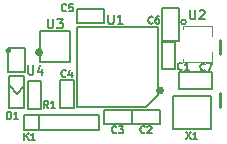
<source format=gto>
G04 #@! TF.GenerationSoftware,KiCad,Pcbnew,5.0.0-rc3+dfsg1-2*
G04 #@! TF.CreationDate,2018-08-11T13:42:50+09:00*
G04 #@! TF.ProjectId,fst-01,6673742D30312E6B696361645F706362,rev?*
G04 #@! TF.SameCoordinates,PX791ddc0PY5e69114*
G04 #@! TF.FileFunction,Legend,Top*
G04 #@! TF.FilePolarity,Positive*
%FSLAX46Y46*%
G04 Gerber Fmt 4.6, Leading zero omitted, Abs format (unit mm)*
G04 Created by KiCad (PCBNEW 5.0.0-rc3+dfsg1-2) date Sat Aug 11 13:42:50 2018*
%MOMM*%
%LPD*%
G01*
G04 APERTURE LIST*
%ADD10C,0.120000*%
%ADD11C,0.200000*%
%ADD12C,0.150000*%
%ADD13C,0.300000*%
%ADD14C,0.152400*%
%ADD15C,0.254000*%
%ADD16C,0.149860*%
G04 APERTURE END LIST*
D10*
G04 #@! TO.C,U2*
X-3130400Y1138400D02*
X-3130400Y938400D01*
X-3130400Y3938400D02*
X-3130400Y3738400D01*
D11*
X-2930400Y4288400D02*
G75*
G03X-2930400Y4288400I-200000J0D01*
G01*
D10*
X-730400Y938400D02*
X-3130400Y938400D01*
X-730400Y3938400D02*
X-3130400Y3938400D01*
X-730400Y3938400D02*
X-730400Y3088400D01*
X-730400Y938400D02*
X-730400Y1788400D01*
D12*
G04 #@! TO.C,U3*
X-12700000Y936500D02*
X-15300000Y936500D01*
X-15300000Y3536500D02*
X-12700000Y3536500D01*
D13*
X-15170000Y1736500D02*
G75*
G03X-15170000Y1736500I-180000J0D01*
G01*
D12*
X-12700000Y3536500D02*
X-12700000Y936500D01*
X-15300000Y3536500D02*
X-15300000Y936500D01*
G04 #@! TO.C,X1*
X-4030780Y-4780740D02*
X-4030780Y-1980740D01*
X-830780Y-4780740D02*
X-4030780Y-4780740D01*
X-830780Y-1980740D02*
X-830780Y-4780740D01*
X-4030780Y-1980740D02*
X-830780Y-1980740D01*
G04 #@! TO.C,D1*
X-16650000Y-1113500D02*
X-17250000Y-1813500D01*
X-17250000Y-1813500D02*
X-17850000Y-1113500D01*
X-17874840Y-3027640D02*
X-16625160Y-3027640D01*
X-16625160Y-3027640D02*
X-16625160Y-279360D01*
X-16625160Y-279360D02*
X-17874840Y-279360D01*
X-17874840Y-279360D02*
X-17874840Y-3027640D01*
G04 #@! TO.C,K1*
X-15367000Y-3543300D02*
X-15367000Y-4813300D01*
D14*
X-16637000Y-4813300D02*
X-16637000Y-3543300D01*
X-16637000Y-3543300D02*
X-10287000Y-3543300D01*
X-10274300Y-3543300D02*
X-10274300Y-4813300D01*
X-10287000Y-4813300D02*
X-16637000Y-4813300D01*
D15*
G04 #@! TO.C,J1*
X0Y-1700000D02*
X0Y-2900000D01*
X0Y1600000D02*
X0Y2800000D01*
D12*
G04 #@! TO.C,U1*
X-6300000Y-2903500D02*
X-12100000Y-2903500D01*
X-12100000Y3896500D02*
X-5300000Y3896500D01*
X-12100000Y-2903500D02*
X-12100000Y3896500D01*
X-5300000Y-1903500D02*
X-5300000Y3896500D01*
X-6300000Y-2903500D02*
X-5300000Y-1903500D01*
D13*
X-4920000Y-1503500D02*
G75*
G03X-4920000Y-1503500I-180000J0D01*
G01*
D12*
G04 #@! TO.C,U4*
X-17950000Y66500D02*
X-17950000Y2066500D01*
X-16550000Y66500D02*
X-17950000Y66500D01*
X-16550000Y2066500D02*
X-16550000Y66500D01*
X-17950000Y2066500D02*
X-16550000Y2066500D01*
D13*
X-17850000Y1866500D02*
G75*
G03X-17850000Y1866500I-100000J0D01*
G01*
D16*
G04 #@! TO.C,R1*
X-15175960Y-3029520D02*
X-16324040Y-3029520D01*
X-16324040Y-3029520D02*
X-16324040Y-677480D01*
X-16324040Y-677480D02*
X-15175960Y-677480D01*
X-15175960Y-677480D02*
X-15175960Y-3029520D01*
G04 #@! TO.C,C7*
X-3499540Y63500D02*
X-675060Y63500D01*
X-3499540Y-1384300D02*
X-3499540Y63500D01*
X-675060Y-1384300D02*
X-3499540Y-1384300D01*
X-675060Y63500D02*
X-675060Y-1384300D01*
G04 #@! TO.C,C1*
X-4974040Y2636520D02*
X-3825960Y2636520D01*
X-4974040Y284480D02*
X-4974040Y2636520D01*
X-3825960Y284480D02*
X-4974040Y284480D01*
X-3825960Y2636520D02*
X-3825960Y284480D01*
G04 #@! TO.C,C2*
X-5123980Y-3179460D02*
X-5123980Y-4327540D01*
X-7476020Y-3179460D02*
X-5123980Y-3179460D01*
X-7476020Y-4327540D02*
X-7476020Y-3179460D01*
X-5123980Y-4327540D02*
X-7476020Y-4327540D01*
G04 #@! TO.C,C5*
X-12176020Y4222460D02*
X-12176020Y5370540D01*
X-9823980Y4222460D02*
X-12176020Y4222460D01*
X-9823980Y5370540D02*
X-9823980Y4222460D01*
X-12176020Y5370540D02*
X-9823980Y5370540D01*
G04 #@! TO.C,C4*
X-12425960Y-2954020D02*
X-13574040Y-2954020D01*
X-12425960Y-601980D02*
X-12425960Y-2954020D01*
X-13574040Y-601980D02*
X-12425960Y-601980D01*
X-13574040Y-2954020D02*
X-13574040Y-601980D01*
G04 #@! TO.C,C3*
X-7523980Y-3179460D02*
X-7523980Y-4327540D01*
X-9876020Y-3179460D02*
X-7523980Y-3179460D01*
X-9876020Y-4327540D02*
X-9876020Y-3179460D01*
X-7523980Y-4327540D02*
X-9876020Y-4327540D01*
G04 #@! TO.C,C6*
X-3526100Y5476040D02*
X-3526100Y2651560D01*
X-4973900Y5476040D02*
X-3526100Y5476040D01*
X-4973900Y2651560D02*
X-4973900Y5476040D01*
X-3526100Y2651560D02*
X-4973900Y2651560D01*
G04 #@! TO.C,U2*
D12*
X-2565324Y5314896D02*
X-2565324Y4667277D01*
X-2527229Y4591086D01*
X-2489134Y4552991D01*
X-2412943Y4514896D01*
X-2260562Y4514896D01*
X-2184372Y4552991D01*
X-2146277Y4591086D01*
X-2108181Y4667277D01*
X-2108181Y5314896D01*
X-1765324Y5238705D02*
X-1727229Y5276800D01*
X-1651039Y5314896D01*
X-1460562Y5314896D01*
X-1384372Y5276800D01*
X-1346277Y5238705D01*
X-1308181Y5162515D01*
X-1308181Y5086324D01*
X-1346277Y4972039D01*
X-1803420Y4514896D01*
X-1308181Y4514896D01*
G04 #@! TO.C,U3*
D14*
X-14605000Y4552950D02*
X-14605000Y3905250D01*
X-14566900Y3829050D01*
X-14528800Y3790950D01*
X-14452600Y3752850D01*
X-14300200Y3752850D01*
X-14224000Y3790950D01*
X-14185900Y3829050D01*
X-14147800Y3905250D01*
X-14147800Y4552950D01*
X-13843000Y4552950D02*
X-13347700Y4552950D01*
X-13614400Y4248150D01*
X-13500100Y4248150D01*
X-13423900Y4210050D01*
X-13385800Y4171950D01*
X-13347700Y4095750D01*
X-13347700Y3905250D01*
X-13385800Y3829050D01*
X-13423900Y3790950D01*
X-13500100Y3752850D01*
X-13728700Y3752850D01*
X-13804900Y3790950D01*
X-13843000Y3829050D01*
G04 #@! TO.C,X1*
D12*
X-2898715Y-5030828D02*
X-2498715Y-5630828D01*
X-2498715Y-5030828D02*
X-2898715Y-5630828D01*
X-1955858Y-5630828D02*
X-2298715Y-5630828D01*
X-2127286Y-5630828D02*
X-2127286Y-5030828D01*
X-2184429Y-5116542D01*
X-2241572Y-5173685D01*
X-2298715Y-5202257D01*
G04 #@! TO.C,D1*
X-18042658Y-3916328D02*
X-18042658Y-3316328D01*
X-17899800Y-3316328D01*
X-17814086Y-3344900D01*
X-17756943Y-3402042D01*
X-17728372Y-3459185D01*
X-17699800Y-3573471D01*
X-17699800Y-3659185D01*
X-17728372Y-3773471D01*
X-17756943Y-3830614D01*
X-17814086Y-3887757D01*
X-17899800Y-3916328D01*
X-18042658Y-3916328D01*
X-17128372Y-3916328D02*
X-17471229Y-3916328D01*
X-17299800Y-3916328D02*
X-17299800Y-3316328D01*
X-17356943Y-3402042D01*
X-17414086Y-3459185D01*
X-17471229Y-3487757D01*
G04 #@! TO.C,K1*
X-16584558Y-5668928D02*
X-16584558Y-5068928D01*
X-16241700Y-5668928D02*
X-16498843Y-5326071D01*
X-16241700Y-5068928D02*
X-16584558Y-5411785D01*
X-15670272Y-5668928D02*
X-16013129Y-5668928D01*
X-15841700Y-5668928D02*
X-15841700Y-5068928D01*
X-15898843Y-5154642D01*
X-15955986Y-5211785D01*
X-16013129Y-5240357D01*
G04 #@! TO.C,U1*
D14*
X-9504828Y4907081D02*
X-9504828Y4259381D01*
X-9466728Y4183181D01*
X-9428628Y4145081D01*
X-9352428Y4106981D01*
X-9200028Y4106981D01*
X-9123828Y4145081D01*
X-9085728Y4183181D01*
X-9047628Y4259381D01*
X-9047628Y4907081D01*
X-8247528Y4106981D02*
X-8704728Y4106981D01*
X-8476128Y4106981D02*
X-8476128Y4907081D01*
X-8552328Y4792781D01*
X-8628528Y4716581D01*
X-8704728Y4678481D01*
G04 #@! TO.C,U4*
D12*
X-16281324Y615896D02*
X-16281324Y-31723D01*
X-16243229Y-107914D01*
X-16205134Y-146009D01*
X-16128943Y-184104D01*
X-15976562Y-184104D01*
X-15900372Y-146009D01*
X-15862277Y-107914D01*
X-15824181Y-31723D01*
X-15824181Y615896D01*
X-15100372Y349229D02*
X-15100372Y-184104D01*
X-15290848Y653991D02*
X-15481324Y82562D01*
X-14986086Y82562D01*
G04 #@! TO.C,R1*
X-14591500Y-3001928D02*
X-14791500Y-2716214D01*
X-14934358Y-3001928D02*
X-14934358Y-2401928D01*
X-14705786Y-2401928D01*
X-14648643Y-2430500D01*
X-14620072Y-2459071D01*
X-14591500Y-2516214D01*
X-14591500Y-2601928D01*
X-14620072Y-2659071D01*
X-14648643Y-2687642D01*
X-14705786Y-2716214D01*
X-14934358Y-2716214D01*
X-14020072Y-3001928D02*
X-14362929Y-3001928D01*
X-14191500Y-3001928D02*
X-14191500Y-2401928D01*
X-14248643Y-2487642D01*
X-14305786Y-2544785D01*
X-14362929Y-2573357D01*
G04 #@! TO.C,C7*
X-1319200Y242915D02*
X-1347772Y214343D01*
X-1433486Y185772D01*
X-1490629Y185772D01*
X-1576343Y214343D01*
X-1633486Y271486D01*
X-1662058Y328629D01*
X-1690629Y442915D01*
X-1690629Y528629D01*
X-1662058Y642915D01*
X-1633486Y700058D01*
X-1576343Y757200D01*
X-1490629Y785772D01*
X-1433486Y785772D01*
X-1347772Y757200D01*
X-1319200Y728629D01*
X-1119200Y785772D02*
X-719200Y785772D01*
X-976343Y185772D01*
G04 #@! TO.C,C1*
X-3249600Y319115D02*
X-3278172Y290543D01*
X-3363886Y261972D01*
X-3421029Y261972D01*
X-3506743Y290543D01*
X-3563886Y347686D01*
X-3592458Y404829D01*
X-3621029Y519115D01*
X-3621029Y604829D01*
X-3592458Y719115D01*
X-3563886Y776258D01*
X-3506743Y833400D01*
X-3421029Y861972D01*
X-3363886Y861972D01*
X-3278172Y833400D01*
X-3249600Y804829D01*
X-2678172Y261972D02*
X-3021029Y261972D01*
X-2849600Y261972D02*
X-2849600Y861972D01*
X-2906743Y776258D01*
X-2963886Y719115D01*
X-3021029Y690543D01*
G04 #@! TO.C,C2*
X-6400000Y-5047285D02*
X-6428572Y-5075857D01*
X-6514286Y-5104428D01*
X-6571429Y-5104428D01*
X-6657143Y-5075857D01*
X-6714286Y-5018714D01*
X-6742858Y-4961571D01*
X-6771429Y-4847285D01*
X-6771429Y-4761571D01*
X-6742858Y-4647285D01*
X-6714286Y-4590142D01*
X-6657143Y-4533000D01*
X-6571429Y-4504428D01*
X-6514286Y-4504428D01*
X-6428572Y-4533000D01*
X-6400000Y-4561571D01*
X-6171429Y-4561571D02*
X-6142858Y-4533000D01*
X-6085715Y-4504428D01*
X-5942858Y-4504428D01*
X-5885715Y-4533000D01*
X-5857143Y-4561571D01*
X-5828572Y-4618714D01*
X-5828572Y-4675857D01*
X-5857143Y-4761571D01*
X-6200000Y-5104428D01*
X-5828572Y-5104428D01*
G04 #@! TO.C,C5*
X-13058340Y5262935D02*
X-13086912Y5234363D01*
X-13172626Y5205792D01*
X-13229769Y5205792D01*
X-13315483Y5234363D01*
X-13372626Y5291506D01*
X-13401198Y5348649D01*
X-13429769Y5462935D01*
X-13429769Y5548649D01*
X-13401198Y5662935D01*
X-13372626Y5720078D01*
X-13315483Y5777220D01*
X-13229769Y5805792D01*
X-13172626Y5805792D01*
X-13086912Y5777220D01*
X-13058340Y5748649D01*
X-12515483Y5805792D02*
X-12801198Y5805792D01*
X-12829769Y5520078D01*
X-12801198Y5548649D01*
X-12744055Y5577220D01*
X-12601198Y5577220D01*
X-12544055Y5548649D01*
X-12515483Y5520078D01*
X-12486912Y5462935D01*
X-12486912Y5320078D01*
X-12515483Y5262935D01*
X-12544055Y5234363D01*
X-12601198Y5205792D01*
X-12744055Y5205792D01*
X-12801198Y5234363D01*
X-12829769Y5262935D01*
G04 #@! TO.C,C4*
X-13104800Y-315885D02*
X-13133372Y-344457D01*
X-13219086Y-373028D01*
X-13276229Y-373028D01*
X-13361943Y-344457D01*
X-13419086Y-287314D01*
X-13447658Y-230171D01*
X-13476229Y-115885D01*
X-13476229Y-30171D01*
X-13447658Y84115D01*
X-13419086Y141258D01*
X-13361943Y198400D01*
X-13276229Y226972D01*
X-13219086Y226972D01*
X-13133372Y198400D01*
X-13104800Y169829D01*
X-12590515Y26972D02*
X-12590515Y-373028D01*
X-12733372Y255543D02*
X-12876229Y-173028D01*
X-12504800Y-173028D01*
G04 #@! TO.C,C3*
X-8800000Y-5047285D02*
X-8828572Y-5075857D01*
X-8914286Y-5104428D01*
X-8971429Y-5104428D01*
X-9057143Y-5075857D01*
X-9114286Y-5018714D01*
X-9142858Y-4961571D01*
X-9171429Y-4847285D01*
X-9171429Y-4761571D01*
X-9142858Y-4647285D01*
X-9114286Y-4590142D01*
X-9057143Y-4533000D01*
X-8971429Y-4504428D01*
X-8914286Y-4504428D01*
X-8828572Y-4533000D01*
X-8800000Y-4561571D01*
X-8600000Y-4504428D02*
X-8228572Y-4504428D01*
X-8428572Y-4733000D01*
X-8342858Y-4733000D01*
X-8285715Y-4761571D01*
X-8257143Y-4790142D01*
X-8228572Y-4847285D01*
X-8228572Y-4990142D01*
X-8257143Y-5047285D01*
X-8285715Y-5075857D01*
X-8342858Y-5104428D01*
X-8514286Y-5104428D01*
X-8571429Y-5075857D01*
X-8600000Y-5047285D01*
G04 #@! TO.C,C6*
X-5726100Y4218015D02*
X-5754672Y4189443D01*
X-5840386Y4160872D01*
X-5897529Y4160872D01*
X-5983243Y4189443D01*
X-6040386Y4246586D01*
X-6068958Y4303729D01*
X-6097529Y4418015D01*
X-6097529Y4503729D01*
X-6068958Y4618015D01*
X-6040386Y4675158D01*
X-5983243Y4732300D01*
X-5897529Y4760872D01*
X-5840386Y4760872D01*
X-5754672Y4732300D01*
X-5726100Y4703729D01*
X-5211815Y4760872D02*
X-5326100Y4760872D01*
X-5383243Y4732300D01*
X-5411815Y4703729D01*
X-5468958Y4618015D01*
X-5497529Y4503729D01*
X-5497529Y4275158D01*
X-5468958Y4218015D01*
X-5440386Y4189443D01*
X-5383243Y4160872D01*
X-5268958Y4160872D01*
X-5211815Y4189443D01*
X-5183243Y4218015D01*
X-5154672Y4275158D01*
X-5154672Y4418015D01*
X-5183243Y4475158D01*
X-5211815Y4503729D01*
X-5268958Y4532300D01*
X-5383243Y4532300D01*
X-5440386Y4503729D01*
X-5468958Y4475158D01*
X-5497529Y4418015D01*
G04 #@! TD*
M02*

</source>
